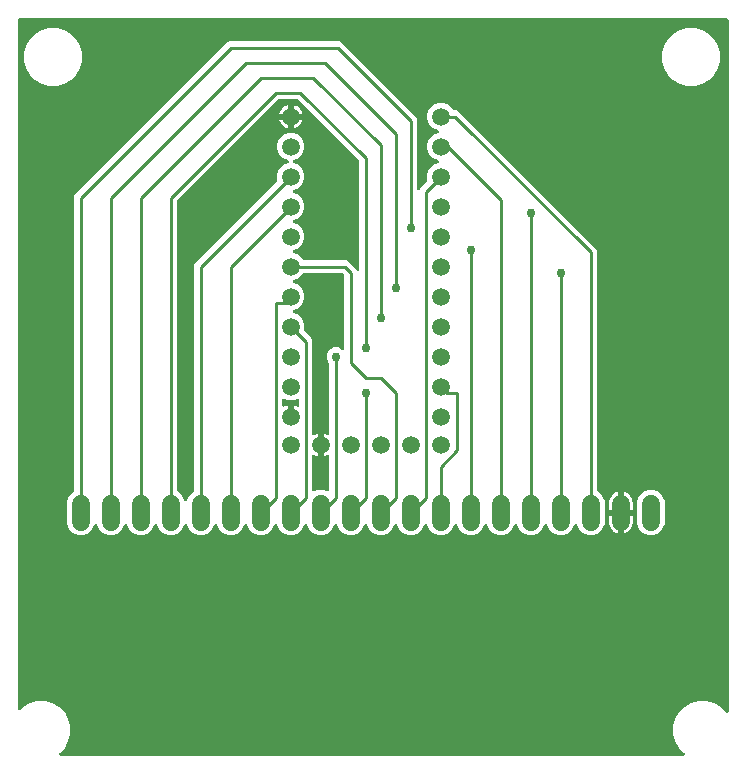
<source format=gbr>
G04 EAGLE Gerber RS-274X export*
G75*
%MOMM*%
%FSLAX34Y34*%
%LPD*%
%INBottom Copper*%
%IPPOS*%
%AMOC8*
5,1,8,0,0,1.08239X$1,22.5*%
G01*
%ADD10C,1.524000*%
%ADD11C,1.508000*%
%ADD12C,0.756400*%
%ADD13C,0.254000*%

G36*
X573637Y9578D02*
X573637Y9578D01*
X573776Y9591D01*
X573795Y9598D01*
X573815Y9601D01*
X573944Y9652D01*
X574075Y9699D01*
X574092Y9710D01*
X574111Y9718D01*
X574223Y9799D01*
X574338Y9877D01*
X574352Y9893D01*
X574368Y9904D01*
X574457Y10012D01*
X574549Y10116D01*
X574558Y10134D01*
X574571Y10149D01*
X574630Y10275D01*
X574693Y10399D01*
X574698Y10419D01*
X574706Y10437D01*
X574733Y10573D01*
X574763Y10709D01*
X574762Y10730D01*
X574766Y10749D01*
X574758Y10888D01*
X574753Y11027D01*
X574748Y11047D01*
X574746Y11067D01*
X574704Y11199D01*
X574665Y11333D01*
X574655Y11350D01*
X574648Y11369D01*
X574574Y11487D01*
X574503Y11607D01*
X574485Y11628D01*
X574478Y11638D01*
X574463Y11652D01*
X574397Y11727D01*
X570266Y15858D01*
X567020Y21481D01*
X565339Y27753D01*
X565339Y34247D01*
X567020Y40519D01*
X570266Y46142D01*
X574858Y50734D01*
X580481Y53980D01*
X586753Y55661D01*
X593247Y55661D01*
X599519Y53980D01*
X605142Y50734D01*
X609773Y46103D01*
X609882Y46018D01*
X609989Y45929D01*
X610008Y45920D01*
X610024Y45908D01*
X610152Y45853D01*
X610277Y45794D01*
X610297Y45790D01*
X610316Y45782D01*
X610454Y45760D01*
X610590Y45734D01*
X610610Y45735D01*
X610630Y45732D01*
X610769Y45745D01*
X610907Y45754D01*
X610926Y45760D01*
X610946Y45762D01*
X611078Y45809D01*
X611209Y45852D01*
X611227Y45862D01*
X611246Y45869D01*
X611361Y45947D01*
X611478Y46022D01*
X611492Y46037D01*
X611509Y46048D01*
X611601Y46152D01*
X611696Y46253D01*
X611706Y46271D01*
X611719Y46286D01*
X611783Y46410D01*
X611850Y46532D01*
X611855Y46551D01*
X611864Y46570D01*
X611894Y46705D01*
X611929Y46840D01*
X611931Y46868D01*
X611934Y46880D01*
X611933Y46900D01*
X611939Y47000D01*
X611939Y632370D01*
X611924Y632488D01*
X611917Y632607D01*
X611904Y632645D01*
X611899Y632686D01*
X611856Y632796D01*
X611819Y632909D01*
X611797Y632944D01*
X611782Y632981D01*
X611713Y633077D01*
X611649Y633178D01*
X611619Y633206D01*
X611596Y633239D01*
X611504Y633315D01*
X611417Y633396D01*
X611382Y633416D01*
X611351Y633441D01*
X611243Y633492D01*
X611139Y633550D01*
X611099Y633560D01*
X611063Y633577D01*
X610946Y633599D01*
X610831Y633629D01*
X610771Y633633D01*
X610751Y633637D01*
X610730Y633635D01*
X610670Y633639D01*
X11430Y633639D01*
X11312Y633624D01*
X11193Y633617D01*
X11155Y633604D01*
X11114Y633599D01*
X11004Y633556D01*
X10891Y633519D01*
X10856Y633497D01*
X10819Y633482D01*
X10723Y633413D01*
X10622Y633349D01*
X10594Y633319D01*
X10561Y633296D01*
X10485Y633204D01*
X10404Y633117D01*
X10384Y633082D01*
X10359Y633051D01*
X10308Y632943D01*
X10250Y632839D01*
X10240Y632799D01*
X10223Y632763D01*
X10201Y632646D01*
X10171Y632531D01*
X10167Y632471D01*
X10163Y632451D01*
X10165Y632430D01*
X10161Y632370D01*
X10161Y49100D01*
X10178Y48963D01*
X10191Y48824D01*
X10198Y48805D01*
X10201Y48785D01*
X10252Y48656D01*
X10299Y48525D01*
X10310Y48508D01*
X10318Y48489D01*
X10399Y48377D01*
X10477Y48262D01*
X10493Y48248D01*
X10504Y48232D01*
X10612Y48143D01*
X10716Y48051D01*
X10734Y48042D01*
X10749Y48029D01*
X10875Y47970D01*
X10999Y47907D01*
X11019Y47902D01*
X11037Y47894D01*
X11173Y47867D01*
X11309Y47837D01*
X11330Y47838D01*
X11349Y47834D01*
X11488Y47842D01*
X11627Y47847D01*
X11647Y47852D01*
X11667Y47854D01*
X11799Y47896D01*
X11933Y47935D01*
X11950Y47945D01*
X11969Y47952D01*
X12087Y48026D01*
X12207Y48097D01*
X12228Y48115D01*
X12238Y48122D01*
X12252Y48137D01*
X12327Y48203D01*
X14858Y50734D01*
X20481Y53980D01*
X26753Y55661D01*
X33247Y55661D01*
X39519Y53980D01*
X45142Y50734D01*
X49734Y46142D01*
X52980Y40519D01*
X54661Y34247D01*
X54661Y27753D01*
X52980Y21481D01*
X49734Y15858D01*
X45603Y11727D01*
X45518Y11618D01*
X45429Y11511D01*
X45420Y11492D01*
X45408Y11476D01*
X45353Y11348D01*
X45294Y11223D01*
X45290Y11203D01*
X45282Y11184D01*
X45260Y11046D01*
X45234Y10910D01*
X45235Y10890D01*
X45232Y10870D01*
X45245Y10731D01*
X45254Y10593D01*
X45260Y10574D01*
X45262Y10554D01*
X45309Y10422D01*
X45352Y10291D01*
X45362Y10273D01*
X45369Y10254D01*
X45447Y10139D01*
X45522Y10022D01*
X45537Y10008D01*
X45548Y9991D01*
X45652Y9899D01*
X45753Y9804D01*
X45771Y9794D01*
X45786Y9781D01*
X45910Y9717D01*
X46032Y9650D01*
X46051Y9645D01*
X46070Y9636D01*
X46205Y9606D01*
X46340Y9571D01*
X46368Y9569D01*
X46380Y9566D01*
X46400Y9567D01*
X46500Y9561D01*
X573500Y9561D01*
X573637Y9578D01*
G37*
%LPC*%
G36*
X61176Y195995D02*
X61176Y195995D01*
X56881Y197774D01*
X53594Y201061D01*
X51815Y205356D01*
X51815Y225244D01*
X53594Y229539D01*
X56881Y232826D01*
X57382Y233033D01*
X57407Y233048D01*
X57435Y233057D01*
X57545Y233126D01*
X57658Y233191D01*
X57679Y233211D01*
X57704Y233227D01*
X57793Y233322D01*
X57886Y233412D01*
X57902Y233437D01*
X57922Y233459D01*
X57962Y233530D01*
X57967Y233537D01*
X57979Y233561D01*
X57985Y233573D01*
X58053Y233683D01*
X58061Y233711D01*
X58076Y233737D01*
X58093Y233803D01*
X58103Y233825D01*
X58114Y233881D01*
X58146Y233987D01*
X58148Y234017D01*
X58155Y234045D01*
X58160Y234124D01*
X58163Y234137D01*
X58162Y234152D01*
X58165Y234206D01*
X58165Y483061D01*
X58977Y485022D01*
X187478Y613523D01*
X189439Y614335D01*
X282061Y614335D01*
X284022Y613523D01*
X347423Y550122D01*
X348235Y548161D01*
X348235Y489620D01*
X348243Y489551D01*
X348242Y489481D01*
X348263Y489393D01*
X348275Y489304D01*
X348300Y489239D01*
X348317Y489172D01*
X348359Y489092D01*
X348392Y489009D01*
X348433Y488952D01*
X348465Y488891D01*
X348526Y488824D01*
X348578Y488751D01*
X348632Y488707D01*
X348679Y488655D01*
X348754Y488606D01*
X348823Y488549D01*
X348887Y488519D01*
X348945Y488480D01*
X349030Y488451D01*
X349111Y488413D01*
X349180Y488400D01*
X349246Y488377D01*
X349335Y488370D01*
X349423Y488353D01*
X349493Y488358D01*
X349563Y488352D01*
X349651Y488367D01*
X349741Y488373D01*
X349807Y488394D01*
X349876Y488406D01*
X349958Y488443D01*
X350043Y488471D01*
X350102Y488508D01*
X350166Y488537D01*
X350236Y488593D01*
X350312Y488641D01*
X350360Y488692D01*
X350414Y488736D01*
X350469Y488807D01*
X350530Y488873D01*
X350564Y488934D01*
X350606Y488990D01*
X350677Y489134D01*
X351077Y490102D01*
X352757Y491781D01*
X356609Y495633D01*
X356627Y495657D01*
X356649Y495676D01*
X356724Y495782D01*
X356804Y495884D01*
X356815Y495912D01*
X356832Y495936D01*
X356878Y496057D01*
X356930Y496176D01*
X356935Y496205D01*
X356945Y496233D01*
X356959Y496362D01*
X356980Y496490D01*
X356977Y496520D01*
X356980Y496549D01*
X356962Y496678D01*
X356950Y496807D01*
X356940Y496835D01*
X356936Y496864D01*
X356884Y497016D01*
X356695Y497472D01*
X356695Y502088D01*
X358462Y506354D01*
X361726Y509618D01*
X365805Y511307D01*
X365925Y511376D01*
X366049Y511441D01*
X366064Y511455D01*
X366081Y511465D01*
X366181Y511562D01*
X366284Y511655D01*
X366295Y511672D01*
X366310Y511686D01*
X366382Y511804D01*
X366459Y511921D01*
X366465Y511940D01*
X366476Y511957D01*
X366517Y512090D01*
X366562Y512222D01*
X366564Y512242D01*
X366569Y512261D01*
X366576Y512400D01*
X366587Y512539D01*
X366584Y512559D01*
X366585Y512579D01*
X366556Y512715D01*
X366533Y512852D01*
X366524Y512871D01*
X366520Y512890D01*
X366459Y513015D01*
X366402Y513142D01*
X366390Y513158D01*
X366381Y513176D01*
X366290Y513282D01*
X366204Y513390D01*
X366187Y513403D01*
X366174Y513418D01*
X366061Y513498D01*
X365949Y513582D01*
X365924Y513594D01*
X365914Y513601D01*
X365895Y513608D01*
X365805Y513653D01*
X361726Y515342D01*
X358462Y518606D01*
X356695Y522872D01*
X356695Y527488D01*
X358462Y531754D01*
X361726Y535018D01*
X365805Y536707D01*
X365925Y536776D01*
X366049Y536841D01*
X366064Y536855D01*
X366081Y536865D01*
X366181Y536962D01*
X366284Y537055D01*
X366295Y537072D01*
X366310Y537086D01*
X366382Y537204D01*
X366459Y537321D01*
X366465Y537340D01*
X366476Y537357D01*
X366517Y537490D01*
X366562Y537622D01*
X366564Y537642D01*
X366569Y537661D01*
X366576Y537800D01*
X366587Y537939D01*
X366584Y537959D01*
X366585Y537979D01*
X366556Y538115D01*
X366533Y538252D01*
X366524Y538271D01*
X366520Y538290D01*
X366459Y538415D01*
X366402Y538542D01*
X366390Y538558D01*
X366381Y538576D01*
X366290Y538682D01*
X366204Y538790D01*
X366187Y538803D01*
X366174Y538818D01*
X366061Y538898D01*
X365949Y538982D01*
X365924Y538994D01*
X365914Y539001D01*
X365895Y539008D01*
X365805Y539053D01*
X361726Y540742D01*
X358462Y544006D01*
X356695Y548272D01*
X356695Y552888D01*
X358462Y557154D01*
X361726Y560418D01*
X365992Y562185D01*
X370608Y562185D01*
X374874Y560418D01*
X378138Y557154D01*
X378327Y556698D01*
X378341Y556673D01*
X378350Y556645D01*
X378420Y556535D01*
X378484Y556422D01*
X378505Y556401D01*
X378520Y556376D01*
X378615Y556287D01*
X378705Y556194D01*
X378731Y556178D01*
X378752Y556158D01*
X378866Y556095D01*
X378977Y556027D01*
X379005Y556019D01*
X379031Y556004D01*
X379156Y555972D01*
X379280Y555934D01*
X379310Y555932D01*
X379339Y555925D01*
X379499Y555915D01*
X381281Y555915D01*
X383242Y555103D01*
X499823Y438522D01*
X500635Y436561D01*
X500635Y234206D01*
X500638Y234176D01*
X500636Y234147D01*
X500653Y234052D01*
X500657Y233981D01*
X500667Y233950D01*
X500675Y233890D01*
X500685Y233863D01*
X500690Y233834D01*
X500741Y233721D01*
X500755Y233679D01*
X500764Y233665D01*
X500792Y233595D01*
X500809Y233571D01*
X500821Y233544D01*
X500902Y233442D01*
X500922Y233415D01*
X500925Y233410D01*
X500927Y233408D01*
X500978Y233337D01*
X501001Y233318D01*
X501020Y233295D01*
X501123Y233217D01*
X501223Y233134D01*
X501250Y233122D01*
X501274Y233104D01*
X501418Y233033D01*
X501919Y232826D01*
X505206Y229539D01*
X506985Y225244D01*
X506985Y205356D01*
X505206Y201061D01*
X501919Y197774D01*
X497624Y195995D01*
X492976Y195995D01*
X488681Y197774D01*
X485394Y201061D01*
X483773Y204976D01*
X483704Y205096D01*
X483639Y205220D01*
X483625Y205234D01*
X483615Y205252D01*
X483518Y205352D01*
X483425Y205455D01*
X483408Y205466D01*
X483394Y205481D01*
X483276Y205553D01*
X483159Y205630D01*
X483140Y205636D01*
X483123Y205647D01*
X482990Y205688D01*
X482858Y205733D01*
X482838Y205734D01*
X482819Y205740D01*
X482680Y205747D01*
X482541Y205758D01*
X482521Y205755D01*
X482501Y205756D01*
X482365Y205727D01*
X482228Y205704D01*
X482210Y205695D01*
X482190Y205691D01*
X482064Y205630D01*
X481938Y205573D01*
X481922Y205560D01*
X481904Y205552D01*
X481798Y205461D01*
X481690Y205374D01*
X481677Y205358D01*
X481662Y205345D01*
X481582Y205231D01*
X481498Y205120D01*
X481486Y205095D01*
X481479Y205085D01*
X481472Y205066D01*
X481427Y204976D01*
X479806Y201061D01*
X476519Y197774D01*
X472224Y195995D01*
X467576Y195995D01*
X463281Y197774D01*
X459994Y201061D01*
X458373Y204976D01*
X458304Y205096D01*
X458239Y205220D01*
X458225Y205234D01*
X458215Y205252D01*
X458118Y205352D01*
X458025Y205455D01*
X458008Y205466D01*
X457994Y205481D01*
X457876Y205553D01*
X457759Y205630D01*
X457740Y205636D01*
X457723Y205647D01*
X457590Y205688D01*
X457458Y205733D01*
X457438Y205734D01*
X457419Y205740D01*
X457280Y205747D01*
X457141Y205758D01*
X457121Y205755D01*
X457101Y205756D01*
X456965Y205727D01*
X456828Y205704D01*
X456810Y205695D01*
X456790Y205691D01*
X456664Y205630D01*
X456538Y205573D01*
X456522Y205560D01*
X456504Y205552D01*
X456398Y205461D01*
X456290Y205374D01*
X456277Y205358D01*
X456262Y205345D01*
X456182Y205231D01*
X456098Y205120D01*
X456086Y205095D01*
X456079Y205085D01*
X456072Y205066D01*
X456027Y204976D01*
X454406Y201061D01*
X451119Y197774D01*
X446824Y195995D01*
X442176Y195995D01*
X437881Y197774D01*
X434594Y201061D01*
X432973Y204976D01*
X432904Y205096D01*
X432839Y205220D01*
X432825Y205234D01*
X432815Y205252D01*
X432718Y205352D01*
X432625Y205455D01*
X432608Y205466D01*
X432594Y205481D01*
X432476Y205553D01*
X432359Y205630D01*
X432340Y205636D01*
X432323Y205647D01*
X432190Y205688D01*
X432058Y205733D01*
X432038Y205734D01*
X432019Y205740D01*
X431880Y205747D01*
X431741Y205758D01*
X431721Y205755D01*
X431701Y205756D01*
X431565Y205727D01*
X431428Y205704D01*
X431410Y205695D01*
X431390Y205691D01*
X431264Y205630D01*
X431138Y205573D01*
X431122Y205560D01*
X431104Y205552D01*
X430998Y205461D01*
X430890Y205374D01*
X430877Y205358D01*
X430862Y205345D01*
X430782Y205231D01*
X430698Y205120D01*
X430686Y205095D01*
X430679Y205085D01*
X430672Y205066D01*
X430627Y204976D01*
X429006Y201061D01*
X425719Y197774D01*
X421424Y195995D01*
X416776Y195995D01*
X412481Y197774D01*
X409194Y201061D01*
X407573Y204976D01*
X407504Y205096D01*
X407439Y205220D01*
X407425Y205234D01*
X407415Y205252D01*
X407318Y205352D01*
X407225Y205455D01*
X407208Y205466D01*
X407194Y205481D01*
X407076Y205553D01*
X406959Y205630D01*
X406940Y205636D01*
X406923Y205647D01*
X406790Y205688D01*
X406658Y205733D01*
X406638Y205734D01*
X406619Y205740D01*
X406480Y205747D01*
X406341Y205758D01*
X406321Y205755D01*
X406301Y205756D01*
X406165Y205727D01*
X406028Y205704D01*
X406010Y205695D01*
X405990Y205691D01*
X405864Y205630D01*
X405738Y205573D01*
X405722Y205560D01*
X405704Y205552D01*
X405598Y205461D01*
X405490Y205374D01*
X405477Y205358D01*
X405462Y205345D01*
X405382Y205231D01*
X405298Y205120D01*
X405286Y205095D01*
X405279Y205085D01*
X405272Y205066D01*
X405227Y204976D01*
X403606Y201061D01*
X400319Y197774D01*
X396024Y195995D01*
X391376Y195995D01*
X387081Y197774D01*
X383794Y201061D01*
X382173Y204976D01*
X382104Y205096D01*
X382039Y205220D01*
X382025Y205234D01*
X382015Y205252D01*
X381918Y205352D01*
X381825Y205455D01*
X381808Y205466D01*
X381794Y205481D01*
X381676Y205553D01*
X381559Y205630D01*
X381540Y205636D01*
X381523Y205647D01*
X381390Y205688D01*
X381258Y205733D01*
X381238Y205734D01*
X381219Y205740D01*
X381080Y205747D01*
X380941Y205758D01*
X380921Y205755D01*
X380901Y205756D01*
X380765Y205727D01*
X380628Y205704D01*
X380610Y205695D01*
X380590Y205691D01*
X380464Y205630D01*
X380338Y205573D01*
X380322Y205560D01*
X380304Y205552D01*
X380198Y205461D01*
X380090Y205374D01*
X380077Y205358D01*
X380062Y205345D01*
X379982Y205231D01*
X379898Y205120D01*
X379886Y205095D01*
X379879Y205085D01*
X379872Y205066D01*
X379827Y204976D01*
X378206Y201061D01*
X374919Y197774D01*
X370624Y195995D01*
X365976Y195995D01*
X361681Y197774D01*
X358394Y201061D01*
X356773Y204976D01*
X356704Y205096D01*
X356639Y205220D01*
X356625Y205234D01*
X356615Y205252D01*
X356518Y205352D01*
X356425Y205455D01*
X356408Y205466D01*
X356394Y205481D01*
X356276Y205553D01*
X356159Y205630D01*
X356140Y205636D01*
X356123Y205647D01*
X355990Y205688D01*
X355858Y205733D01*
X355838Y205734D01*
X355819Y205740D01*
X355680Y205747D01*
X355541Y205758D01*
X355521Y205755D01*
X355501Y205756D01*
X355365Y205727D01*
X355228Y205704D01*
X355210Y205695D01*
X355190Y205691D01*
X355064Y205630D01*
X354938Y205573D01*
X354922Y205560D01*
X354904Y205552D01*
X354798Y205461D01*
X354690Y205374D01*
X354677Y205358D01*
X354662Y205345D01*
X354582Y205231D01*
X354498Y205120D01*
X354486Y205095D01*
X354479Y205085D01*
X354472Y205066D01*
X354427Y204976D01*
X352806Y201061D01*
X349519Y197774D01*
X345224Y195995D01*
X340576Y195995D01*
X336281Y197774D01*
X332994Y201061D01*
X331373Y204976D01*
X331304Y205096D01*
X331239Y205220D01*
X331225Y205234D01*
X331215Y205252D01*
X331118Y205352D01*
X331025Y205455D01*
X331008Y205466D01*
X330994Y205481D01*
X330876Y205553D01*
X330759Y205630D01*
X330740Y205636D01*
X330723Y205647D01*
X330590Y205688D01*
X330458Y205733D01*
X330438Y205734D01*
X330419Y205740D01*
X330280Y205747D01*
X330141Y205758D01*
X330121Y205755D01*
X330101Y205756D01*
X329965Y205727D01*
X329828Y205704D01*
X329810Y205695D01*
X329790Y205691D01*
X329664Y205630D01*
X329538Y205573D01*
X329522Y205560D01*
X329504Y205552D01*
X329398Y205461D01*
X329290Y205374D01*
X329277Y205358D01*
X329262Y205345D01*
X329182Y205231D01*
X329098Y205120D01*
X329086Y205095D01*
X329079Y205085D01*
X329072Y205066D01*
X329027Y204976D01*
X327406Y201061D01*
X324119Y197774D01*
X319824Y195995D01*
X315176Y195995D01*
X310881Y197774D01*
X307594Y201061D01*
X305973Y204976D01*
X305904Y205096D01*
X305839Y205220D01*
X305825Y205234D01*
X305815Y205252D01*
X305718Y205352D01*
X305625Y205455D01*
X305608Y205466D01*
X305594Y205481D01*
X305476Y205553D01*
X305359Y205630D01*
X305340Y205636D01*
X305323Y205647D01*
X305190Y205688D01*
X305058Y205733D01*
X305038Y205734D01*
X305019Y205740D01*
X304880Y205747D01*
X304741Y205758D01*
X304721Y205755D01*
X304701Y205756D01*
X304565Y205727D01*
X304428Y205704D01*
X304410Y205695D01*
X304390Y205691D01*
X304264Y205630D01*
X304138Y205573D01*
X304122Y205560D01*
X304104Y205552D01*
X303998Y205461D01*
X303890Y205374D01*
X303877Y205358D01*
X303862Y205345D01*
X303782Y205231D01*
X303698Y205120D01*
X303686Y205095D01*
X303679Y205085D01*
X303672Y205066D01*
X303627Y204976D01*
X302006Y201061D01*
X298719Y197774D01*
X294424Y195995D01*
X289776Y195995D01*
X285481Y197774D01*
X282194Y201061D01*
X280573Y204976D01*
X280504Y205096D01*
X280439Y205220D01*
X280425Y205234D01*
X280415Y205252D01*
X280318Y205352D01*
X280225Y205455D01*
X280208Y205466D01*
X280194Y205481D01*
X280076Y205553D01*
X279959Y205630D01*
X279940Y205636D01*
X279923Y205647D01*
X279790Y205688D01*
X279658Y205733D01*
X279638Y205734D01*
X279619Y205740D01*
X279480Y205747D01*
X279341Y205758D01*
X279321Y205755D01*
X279301Y205756D01*
X279165Y205727D01*
X279028Y205704D01*
X279010Y205695D01*
X278990Y205691D01*
X278864Y205630D01*
X278738Y205573D01*
X278722Y205560D01*
X278704Y205552D01*
X278598Y205461D01*
X278490Y205374D01*
X278477Y205358D01*
X278462Y205345D01*
X278382Y205231D01*
X278298Y205120D01*
X278286Y205095D01*
X278279Y205085D01*
X278272Y205066D01*
X278227Y204976D01*
X276606Y201061D01*
X273319Y197774D01*
X269024Y195995D01*
X264376Y195995D01*
X260081Y197774D01*
X256794Y201061D01*
X255173Y204976D01*
X255104Y205096D01*
X255039Y205220D01*
X255025Y205234D01*
X255015Y205252D01*
X254918Y205352D01*
X254825Y205455D01*
X254808Y205466D01*
X254794Y205481D01*
X254676Y205553D01*
X254559Y205630D01*
X254540Y205636D01*
X254523Y205647D01*
X254390Y205688D01*
X254258Y205733D01*
X254238Y205734D01*
X254219Y205740D01*
X254080Y205747D01*
X253941Y205758D01*
X253921Y205755D01*
X253901Y205756D01*
X253765Y205727D01*
X253628Y205704D01*
X253610Y205695D01*
X253590Y205691D01*
X253464Y205630D01*
X253338Y205573D01*
X253322Y205560D01*
X253304Y205552D01*
X253198Y205461D01*
X253090Y205374D01*
X253077Y205358D01*
X253062Y205345D01*
X252982Y205231D01*
X252898Y205120D01*
X252886Y205095D01*
X252879Y205085D01*
X252872Y205066D01*
X252827Y204976D01*
X251206Y201061D01*
X247919Y197774D01*
X243624Y195995D01*
X238976Y195995D01*
X234681Y197774D01*
X231394Y201061D01*
X229773Y204976D01*
X229704Y205096D01*
X229639Y205220D01*
X229625Y205234D01*
X229615Y205252D01*
X229518Y205352D01*
X229425Y205455D01*
X229408Y205466D01*
X229394Y205481D01*
X229276Y205553D01*
X229159Y205630D01*
X229140Y205636D01*
X229123Y205647D01*
X228990Y205688D01*
X228858Y205733D01*
X228838Y205734D01*
X228819Y205740D01*
X228680Y205747D01*
X228541Y205758D01*
X228521Y205755D01*
X228501Y205756D01*
X228365Y205727D01*
X228228Y205704D01*
X228210Y205695D01*
X228190Y205691D01*
X228064Y205630D01*
X227938Y205573D01*
X227922Y205560D01*
X227904Y205552D01*
X227798Y205461D01*
X227690Y205374D01*
X227677Y205358D01*
X227662Y205345D01*
X227582Y205231D01*
X227498Y205120D01*
X227486Y205095D01*
X227479Y205085D01*
X227472Y205066D01*
X227427Y204976D01*
X225806Y201061D01*
X222519Y197774D01*
X218224Y195995D01*
X213576Y195995D01*
X209281Y197774D01*
X205994Y201061D01*
X204373Y204976D01*
X204304Y205096D01*
X204239Y205219D01*
X204225Y205234D01*
X204215Y205252D01*
X204118Y205352D01*
X204025Y205455D01*
X204008Y205466D01*
X203994Y205480D01*
X203876Y205553D01*
X203759Y205630D01*
X203740Y205636D01*
X203723Y205647D01*
X203590Y205688D01*
X203458Y205733D01*
X203438Y205734D01*
X203419Y205740D01*
X203280Y205747D01*
X203141Y205758D01*
X203121Y205755D01*
X203101Y205755D01*
X202965Y205727D01*
X202828Y205704D01*
X202810Y205695D01*
X202790Y205691D01*
X202664Y205630D01*
X202538Y205573D01*
X202522Y205560D01*
X202504Y205551D01*
X202398Y205461D01*
X202290Y205374D01*
X202277Y205358D01*
X202262Y205345D01*
X202182Y205231D01*
X202098Y205120D01*
X202086Y205095D01*
X202079Y205085D01*
X202072Y205066D01*
X202027Y204976D01*
X200406Y201061D01*
X197119Y197774D01*
X192824Y195995D01*
X188176Y195995D01*
X183881Y197774D01*
X180594Y201061D01*
X178973Y204976D01*
X178904Y205096D01*
X178839Y205219D01*
X178825Y205234D01*
X178815Y205252D01*
X178718Y205352D01*
X178625Y205455D01*
X178608Y205466D01*
X178594Y205480D01*
X178476Y205553D01*
X178359Y205630D01*
X178340Y205636D01*
X178323Y205647D01*
X178190Y205688D01*
X178058Y205733D01*
X178038Y205734D01*
X178019Y205740D01*
X177880Y205747D01*
X177741Y205758D01*
X177721Y205755D01*
X177701Y205755D01*
X177565Y205727D01*
X177428Y205704D01*
X177410Y205695D01*
X177390Y205691D01*
X177264Y205630D01*
X177138Y205573D01*
X177122Y205560D01*
X177104Y205551D01*
X176998Y205461D01*
X176890Y205374D01*
X176877Y205358D01*
X176862Y205345D01*
X176782Y205231D01*
X176698Y205120D01*
X176686Y205095D01*
X176679Y205085D01*
X176672Y205066D01*
X176627Y204976D01*
X175006Y201061D01*
X171719Y197774D01*
X167424Y195995D01*
X162776Y195995D01*
X158481Y197774D01*
X155194Y201061D01*
X153573Y204976D01*
X153504Y205096D01*
X153439Y205219D01*
X153425Y205234D01*
X153415Y205252D01*
X153318Y205352D01*
X153225Y205455D01*
X153208Y205466D01*
X153194Y205480D01*
X153076Y205553D01*
X152959Y205630D01*
X152940Y205636D01*
X152923Y205647D01*
X152790Y205688D01*
X152658Y205733D01*
X152638Y205734D01*
X152619Y205740D01*
X152480Y205747D01*
X152341Y205758D01*
X152321Y205755D01*
X152301Y205755D01*
X152165Y205727D01*
X152028Y205704D01*
X152010Y205695D01*
X151990Y205691D01*
X151864Y205630D01*
X151738Y205573D01*
X151722Y205560D01*
X151704Y205551D01*
X151598Y205461D01*
X151490Y205374D01*
X151477Y205358D01*
X151462Y205345D01*
X151382Y205231D01*
X151298Y205120D01*
X151286Y205095D01*
X151279Y205085D01*
X151272Y205066D01*
X151227Y204976D01*
X149606Y201061D01*
X146319Y197774D01*
X142024Y195995D01*
X137376Y195995D01*
X133081Y197774D01*
X129794Y201061D01*
X128173Y204976D01*
X128104Y205096D01*
X128039Y205219D01*
X128025Y205234D01*
X128015Y205252D01*
X127918Y205352D01*
X127825Y205455D01*
X127808Y205466D01*
X127794Y205480D01*
X127676Y205553D01*
X127559Y205630D01*
X127540Y205636D01*
X127523Y205647D01*
X127390Y205688D01*
X127258Y205733D01*
X127238Y205734D01*
X127219Y205740D01*
X127080Y205747D01*
X126941Y205758D01*
X126921Y205755D01*
X126901Y205755D01*
X126765Y205727D01*
X126628Y205704D01*
X126610Y205695D01*
X126590Y205691D01*
X126464Y205630D01*
X126338Y205573D01*
X126322Y205560D01*
X126304Y205551D01*
X126198Y205461D01*
X126090Y205374D01*
X126077Y205358D01*
X126062Y205345D01*
X125982Y205231D01*
X125898Y205120D01*
X125886Y205095D01*
X125879Y205085D01*
X125872Y205066D01*
X125827Y204976D01*
X124206Y201061D01*
X120919Y197774D01*
X116624Y195995D01*
X111976Y195995D01*
X107681Y197774D01*
X104394Y201061D01*
X102773Y204976D01*
X102704Y205096D01*
X102639Y205219D01*
X102625Y205234D01*
X102615Y205252D01*
X102518Y205352D01*
X102425Y205455D01*
X102408Y205466D01*
X102394Y205480D01*
X102276Y205553D01*
X102159Y205630D01*
X102140Y205636D01*
X102123Y205647D01*
X101990Y205688D01*
X101858Y205733D01*
X101838Y205734D01*
X101819Y205740D01*
X101680Y205747D01*
X101541Y205758D01*
X101521Y205755D01*
X101501Y205755D01*
X101365Y205727D01*
X101228Y205704D01*
X101210Y205695D01*
X101190Y205691D01*
X101064Y205630D01*
X100938Y205573D01*
X100922Y205560D01*
X100904Y205551D01*
X100798Y205461D01*
X100690Y205374D01*
X100677Y205358D01*
X100662Y205345D01*
X100582Y205231D01*
X100498Y205120D01*
X100486Y205095D01*
X100479Y205085D01*
X100472Y205066D01*
X100427Y204976D01*
X98806Y201061D01*
X95519Y197774D01*
X91224Y195995D01*
X86576Y195995D01*
X82281Y197774D01*
X78994Y201061D01*
X77373Y204976D01*
X77304Y205096D01*
X77239Y205219D01*
X77225Y205234D01*
X77215Y205252D01*
X77118Y205352D01*
X77025Y205455D01*
X77008Y205466D01*
X76994Y205480D01*
X76876Y205553D01*
X76759Y205630D01*
X76740Y205636D01*
X76723Y205647D01*
X76590Y205688D01*
X76458Y205733D01*
X76438Y205734D01*
X76419Y205740D01*
X76280Y205747D01*
X76141Y205758D01*
X76121Y205755D01*
X76101Y205755D01*
X75965Y205727D01*
X75828Y205704D01*
X75810Y205695D01*
X75790Y205691D01*
X75664Y205630D01*
X75538Y205573D01*
X75522Y205560D01*
X75504Y205551D01*
X75398Y205461D01*
X75290Y205374D01*
X75277Y205358D01*
X75262Y205345D01*
X75182Y205231D01*
X75098Y205120D01*
X75086Y205095D01*
X75079Y205085D01*
X75072Y205066D01*
X75027Y204976D01*
X73406Y201061D01*
X70119Y197774D01*
X65824Y195995D01*
X61176Y195995D01*
G37*
%LPD*%
G36*
X152479Y224845D02*
X152479Y224845D01*
X152499Y224845D01*
X152635Y224873D01*
X152772Y224896D01*
X152791Y224905D01*
X152810Y224909D01*
X152936Y224970D01*
X153062Y225027D01*
X153078Y225040D01*
X153096Y225049D01*
X153202Y225139D01*
X153310Y225226D01*
X153323Y225242D01*
X153338Y225255D01*
X153418Y225369D01*
X153502Y225480D01*
X153514Y225505D01*
X153521Y225515D01*
X153528Y225534D01*
X153573Y225624D01*
X155194Y229539D01*
X158481Y232826D01*
X158982Y233033D01*
X159007Y233048D01*
X159035Y233057D01*
X159145Y233126D01*
X159258Y233191D01*
X159279Y233211D01*
X159304Y233227D01*
X159393Y233322D01*
X159486Y233412D01*
X159502Y233437D01*
X159522Y233459D01*
X159562Y233530D01*
X159567Y233537D01*
X159579Y233561D01*
X159585Y233573D01*
X159653Y233683D01*
X159661Y233711D01*
X159676Y233737D01*
X159693Y233803D01*
X159703Y233825D01*
X159714Y233881D01*
X159746Y233987D01*
X159748Y234017D01*
X159755Y234045D01*
X159760Y234124D01*
X159763Y234137D01*
X159762Y234152D01*
X159765Y234206D01*
X159765Y424641D01*
X160577Y426602D01*
X162257Y428281D01*
X229609Y495633D01*
X229627Y495657D01*
X229649Y495676D01*
X229724Y495782D01*
X229804Y495884D01*
X229815Y495912D01*
X229832Y495936D01*
X229878Y496057D01*
X229930Y496176D01*
X229935Y496205D01*
X229945Y496233D01*
X229959Y496362D01*
X229980Y496490D01*
X229977Y496520D01*
X229980Y496549D01*
X229962Y496678D01*
X229950Y496807D01*
X229940Y496835D01*
X229936Y496864D01*
X229884Y497016D01*
X229695Y497472D01*
X229695Y502088D01*
X231462Y506354D01*
X234726Y509618D01*
X238805Y511307D01*
X238926Y511376D01*
X239049Y511441D01*
X239064Y511455D01*
X239081Y511465D01*
X239181Y511562D01*
X239284Y511655D01*
X239295Y511672D01*
X239310Y511686D01*
X239383Y511805D01*
X239459Y511921D01*
X239465Y511940D01*
X239476Y511957D01*
X239517Y512090D01*
X239562Y512222D01*
X239563Y512242D01*
X239569Y512261D01*
X239576Y512400D01*
X239587Y512539D01*
X239584Y512559D01*
X239585Y512579D01*
X239556Y512715D01*
X239533Y512852D01*
X239524Y512871D01*
X239520Y512890D01*
X239459Y513016D01*
X239402Y513142D01*
X239390Y513158D01*
X239381Y513176D01*
X239290Y513282D01*
X239204Y513390D01*
X239187Y513403D01*
X239174Y513418D01*
X239060Y513498D01*
X238949Y513582D01*
X238924Y513594D01*
X238914Y513601D01*
X238895Y513608D01*
X238805Y513653D01*
X234726Y515342D01*
X231462Y518606D01*
X229695Y522872D01*
X229695Y527488D01*
X231462Y531754D01*
X234726Y535018D01*
X238992Y536785D01*
X243608Y536785D01*
X247874Y535018D01*
X251138Y531754D01*
X252905Y527488D01*
X252905Y522872D01*
X251138Y518606D01*
X247874Y515342D01*
X243795Y513653D01*
X243675Y513584D01*
X243551Y513519D01*
X243536Y513505D01*
X243519Y513495D01*
X243419Y513398D01*
X243316Y513305D01*
X243305Y513288D01*
X243290Y513274D01*
X243218Y513156D01*
X243141Y513039D01*
X243135Y513020D01*
X243124Y513003D01*
X243083Y512870D01*
X243038Y512738D01*
X243036Y512718D01*
X243031Y512699D01*
X243024Y512560D01*
X243013Y512421D01*
X243016Y512401D01*
X243015Y512381D01*
X243044Y512245D01*
X243067Y512108D01*
X243076Y512089D01*
X243080Y512070D01*
X243141Y511945D01*
X243198Y511818D01*
X243210Y511802D01*
X243219Y511784D01*
X243310Y511678D01*
X243396Y511570D01*
X243413Y511557D01*
X243426Y511542D01*
X243539Y511462D01*
X243651Y511378D01*
X243676Y511366D01*
X243686Y511359D01*
X243705Y511352D01*
X243795Y511307D01*
X247874Y509618D01*
X251138Y506354D01*
X252905Y502088D01*
X252905Y497472D01*
X251138Y493206D01*
X247874Y489942D01*
X243795Y488253D01*
X243675Y488184D01*
X243551Y488119D01*
X243536Y488105D01*
X243519Y488095D01*
X243419Y487998D01*
X243316Y487905D01*
X243305Y487888D01*
X243290Y487874D01*
X243218Y487756D01*
X243141Y487639D01*
X243135Y487620D01*
X243124Y487603D01*
X243083Y487470D01*
X243038Y487338D01*
X243036Y487318D01*
X243031Y487299D01*
X243024Y487160D01*
X243013Y487021D01*
X243016Y487001D01*
X243015Y486981D01*
X243044Y486845D01*
X243067Y486708D01*
X243076Y486689D01*
X243080Y486670D01*
X243141Y486545D01*
X243198Y486418D01*
X243210Y486402D01*
X243219Y486384D01*
X243310Y486278D01*
X243396Y486170D01*
X243413Y486157D01*
X243426Y486142D01*
X243539Y486062D01*
X243651Y485978D01*
X243676Y485966D01*
X243686Y485959D01*
X243705Y485952D01*
X243795Y485907D01*
X247874Y484218D01*
X251138Y480954D01*
X252905Y476688D01*
X252905Y472072D01*
X251138Y467806D01*
X247874Y464542D01*
X243795Y462853D01*
X243675Y462784D01*
X243551Y462719D01*
X243536Y462705D01*
X243519Y462695D01*
X243419Y462598D01*
X243316Y462505D01*
X243305Y462488D01*
X243290Y462474D01*
X243218Y462356D01*
X243141Y462239D01*
X243135Y462220D01*
X243124Y462203D01*
X243083Y462070D01*
X243038Y461938D01*
X243036Y461918D01*
X243031Y461899D01*
X243024Y461760D01*
X243013Y461621D01*
X243016Y461601D01*
X243015Y461581D01*
X243044Y461445D01*
X243067Y461308D01*
X243076Y461289D01*
X243080Y461270D01*
X243141Y461145D01*
X243198Y461018D01*
X243210Y461002D01*
X243219Y460984D01*
X243310Y460878D01*
X243396Y460770D01*
X243413Y460757D01*
X243426Y460742D01*
X243539Y460662D01*
X243651Y460578D01*
X243676Y460566D01*
X243686Y460559D01*
X243705Y460552D01*
X243795Y460507D01*
X247874Y458818D01*
X251138Y455554D01*
X252905Y451288D01*
X252905Y446672D01*
X251138Y442406D01*
X247874Y439142D01*
X243795Y437453D01*
X243675Y437384D01*
X243551Y437319D01*
X243536Y437305D01*
X243519Y437295D01*
X243419Y437198D01*
X243316Y437105D01*
X243305Y437088D01*
X243290Y437074D01*
X243218Y436956D01*
X243141Y436839D01*
X243135Y436820D01*
X243124Y436803D01*
X243083Y436670D01*
X243038Y436538D01*
X243036Y436518D01*
X243031Y436499D01*
X243024Y436360D01*
X243013Y436221D01*
X243016Y436201D01*
X243015Y436181D01*
X243044Y436045D01*
X243067Y435908D01*
X243076Y435889D01*
X243080Y435870D01*
X243141Y435745D01*
X243198Y435618D01*
X243210Y435602D01*
X243219Y435584D01*
X243310Y435478D01*
X243396Y435370D01*
X243413Y435357D01*
X243426Y435342D01*
X243539Y435262D01*
X243651Y435178D01*
X243676Y435166D01*
X243686Y435159D01*
X243705Y435152D01*
X243795Y435107D01*
X247874Y433418D01*
X251138Y430154D01*
X251327Y429698D01*
X251341Y429673D01*
X251350Y429645D01*
X251420Y429535D01*
X251484Y429422D01*
X251505Y429401D01*
X251520Y429376D01*
X251615Y429287D01*
X251705Y429194D01*
X251731Y429178D01*
X251752Y429158D01*
X251866Y429095D01*
X251977Y429027D01*
X252005Y429019D01*
X252031Y429004D01*
X252156Y428972D01*
X252280Y428934D01*
X252310Y428932D01*
X252339Y428925D01*
X252499Y428915D01*
X288081Y428915D01*
X290042Y428103D01*
X294943Y423201D01*
X296623Y421522D01*
X297023Y420554D01*
X297058Y420493D01*
X297084Y420429D01*
X297136Y420356D01*
X297181Y420278D01*
X297229Y420228D01*
X297270Y420171D01*
X297340Y420114D01*
X297402Y420050D01*
X297462Y420013D01*
X297515Y419969D01*
X297597Y419930D01*
X297673Y419883D01*
X297740Y419863D01*
X297803Y419833D01*
X297891Y419816D01*
X297977Y419790D01*
X298047Y419786D01*
X298116Y419773D01*
X298205Y419779D01*
X298295Y419774D01*
X298363Y419789D01*
X298433Y419793D01*
X298518Y419821D01*
X298606Y419839D01*
X298669Y419869D01*
X298735Y419891D01*
X298811Y419939D01*
X298892Y419979D01*
X298945Y420024D01*
X299004Y420061D01*
X299066Y420127D01*
X299134Y420185D01*
X299174Y420242D01*
X299222Y420293D01*
X299265Y420371D01*
X299317Y420445D01*
X299342Y420510D01*
X299376Y420571D01*
X299398Y420658D01*
X299430Y420742D01*
X299438Y420812D01*
X299455Y420879D01*
X299465Y421040D01*
X299465Y512465D01*
X299453Y512563D01*
X299450Y512662D01*
X299433Y512720D01*
X299425Y512780D01*
X299389Y512872D01*
X299361Y512967D01*
X299331Y513019D01*
X299308Y513076D01*
X299250Y513156D01*
X299200Y513241D01*
X299134Y513317D01*
X299122Y513333D01*
X299112Y513341D01*
X299094Y513362D01*
X247262Y565194D01*
X247184Y565254D01*
X247112Y565322D01*
X247059Y565351D01*
X247011Y565388D01*
X246920Y565428D01*
X246833Y565476D01*
X246775Y565491D01*
X246719Y565515D01*
X246621Y565530D01*
X246525Y565555D01*
X246425Y565561D01*
X246405Y565565D01*
X246393Y565563D01*
X246365Y565565D01*
X231335Y565565D01*
X231237Y565553D01*
X231138Y565550D01*
X231080Y565533D01*
X231020Y565525D01*
X230928Y565489D01*
X230833Y565461D01*
X230781Y565431D01*
X230724Y565408D01*
X230644Y565350D01*
X230559Y565300D01*
X230483Y565234D01*
X230467Y565222D01*
X230459Y565212D01*
X230438Y565194D01*
X145406Y480162D01*
X145346Y480084D01*
X145278Y480012D01*
X145249Y479959D01*
X145212Y479911D01*
X145172Y479820D01*
X145124Y479733D01*
X145109Y479675D01*
X145085Y479619D01*
X145070Y479521D01*
X145045Y479425D01*
X145039Y479325D01*
X145035Y479305D01*
X145037Y479293D01*
X145035Y479265D01*
X145035Y234206D01*
X145038Y234176D01*
X145036Y234147D01*
X145053Y234052D01*
X145057Y233981D01*
X145067Y233950D01*
X145075Y233890D01*
X145085Y233863D01*
X145090Y233834D01*
X145141Y233721D01*
X145155Y233679D01*
X145164Y233665D01*
X145192Y233595D01*
X145209Y233571D01*
X145221Y233544D01*
X145302Y233442D01*
X145322Y233415D01*
X145325Y233410D01*
X145327Y233408D01*
X145378Y233337D01*
X145401Y233318D01*
X145420Y233295D01*
X145523Y233217D01*
X145623Y233134D01*
X145650Y233122D01*
X145674Y233104D01*
X145818Y233033D01*
X146319Y232826D01*
X149606Y229539D01*
X151227Y225624D01*
X151296Y225503D01*
X151361Y225381D01*
X151375Y225366D01*
X151385Y225348D01*
X151482Y225248D01*
X151575Y225145D01*
X151592Y225134D01*
X151606Y225119D01*
X151725Y225047D01*
X151841Y224970D01*
X151860Y224964D01*
X151877Y224953D01*
X152010Y224912D01*
X152142Y224867D01*
X152162Y224866D01*
X152181Y224860D01*
X152320Y224853D01*
X152459Y224842D01*
X152479Y224845D01*
G37*
G36*
X260731Y233162D02*
X260731Y233162D01*
X260841Y233169D01*
X260888Y233185D01*
X260937Y233192D01*
X261090Y233244D01*
X264376Y234605D01*
X269024Y234605D01*
X272310Y233244D01*
X272358Y233230D01*
X272403Y233209D01*
X272511Y233189D01*
X272617Y233160D01*
X272667Y233159D01*
X272716Y233150D01*
X272825Y233156D01*
X272935Y233155D01*
X272983Y233166D01*
X273033Y233169D01*
X273137Y233203D01*
X273244Y233229D01*
X273288Y233252D01*
X273335Y233267D01*
X273428Y233326D01*
X273525Y233377D01*
X273562Y233411D01*
X273604Y233437D01*
X273679Y233518D01*
X273761Y233591D01*
X273788Y233633D01*
X273822Y233669D01*
X273875Y233765D01*
X273935Y233857D01*
X273952Y233904D01*
X273976Y233948D01*
X274003Y234054D01*
X274039Y234158D01*
X274043Y234207D01*
X274055Y234256D01*
X274065Y234416D01*
X274065Y262850D01*
X274060Y262889D01*
X274063Y262929D01*
X274040Y263047D01*
X274025Y263165D01*
X274011Y263202D01*
X274003Y263241D01*
X273952Y263350D01*
X273908Y263461D01*
X273885Y263493D01*
X273868Y263529D01*
X273792Y263621D01*
X273722Y263718D01*
X273691Y263744D01*
X273665Y263774D01*
X273569Y263845D01*
X273477Y263921D01*
X273440Y263938D01*
X273408Y263961D01*
X273297Y264006D01*
X273189Y264057D01*
X273150Y264064D01*
X273113Y264079D01*
X272994Y264094D01*
X272877Y264116D01*
X272837Y264114D01*
X272797Y264119D01*
X272678Y264104D01*
X272559Y264097D01*
X272521Y264084D01*
X272482Y264079D01*
X272370Y264035D01*
X272257Y263999D01*
X272223Y263977D01*
X272186Y263963D01*
X272050Y263876D01*
X271983Y263828D01*
X270570Y263108D01*
X269199Y262663D01*
X269199Y271220D01*
X269184Y271338D01*
X269177Y271457D01*
X269164Y271495D01*
X269159Y271535D01*
X269116Y271646D01*
X269079Y271759D01*
X269057Y271793D01*
X269042Y271831D01*
X268973Y271927D01*
X268909Y272028D01*
X268879Y272056D01*
X268856Y272088D01*
X268764Y272164D01*
X268677Y272246D01*
X268642Y272265D01*
X268611Y272291D01*
X268503Y272342D01*
X268399Y272399D01*
X268359Y272409D01*
X268323Y272427D01*
X268216Y272447D01*
X268246Y272451D01*
X268356Y272495D01*
X268469Y272531D01*
X268504Y272553D01*
X268541Y272568D01*
X268637Y272638D01*
X268738Y272701D01*
X268766Y272731D01*
X268799Y272755D01*
X268875Y272846D01*
X268956Y272933D01*
X268976Y272968D01*
X269001Y273000D01*
X269052Y273107D01*
X269110Y273212D01*
X269120Y273251D01*
X269137Y273287D01*
X269159Y273404D01*
X269189Y273520D01*
X269193Y273580D01*
X269197Y273600D01*
X269195Y273620D01*
X269199Y273680D01*
X269199Y282237D01*
X270570Y281792D01*
X271983Y281072D01*
X272050Y281024D01*
X272085Y281004D01*
X272115Y280979D01*
X272224Y280928D01*
X272328Y280870D01*
X272367Y280860D01*
X272403Y280843D01*
X272520Y280821D01*
X272636Y280791D01*
X272676Y280791D01*
X272716Y280784D01*
X272835Y280791D01*
X272955Y280791D01*
X272993Y280801D01*
X273033Y280803D01*
X273147Y280840D01*
X273263Y280870D01*
X273298Y280889D01*
X273335Y280901D01*
X273437Y280965D01*
X273541Y281023D01*
X273570Y281050D01*
X273604Y281072D01*
X273686Y281159D01*
X273773Y281241D01*
X273795Y281274D01*
X273822Y281303D01*
X273880Y281408D01*
X273944Y281509D01*
X273956Y281547D01*
X273976Y281582D01*
X274005Y281697D01*
X274043Y281811D01*
X274045Y281851D01*
X274055Y281890D01*
X274065Y282050D01*
X274065Y341092D01*
X274053Y341190D01*
X274050Y341289D01*
X274033Y341347D01*
X274025Y341408D01*
X273989Y341500D01*
X273961Y341595D01*
X273931Y341647D01*
X273908Y341703D01*
X273850Y341783D01*
X273800Y341869D01*
X273734Y341944D01*
X273722Y341961D01*
X273712Y341968D01*
X273694Y341990D01*
X272748Y342935D01*
X271553Y345819D01*
X271553Y348941D01*
X272748Y351825D01*
X274955Y354032D01*
X277839Y355227D01*
X280961Y355227D01*
X283845Y354032D01*
X284599Y353278D01*
X284708Y353193D01*
X284815Y353105D01*
X284834Y353096D01*
X284850Y353084D01*
X284978Y353028D01*
X285103Y352969D01*
X285123Y352965D01*
X285142Y352957D01*
X285280Y352935D01*
X285416Y352909D01*
X285436Y352910D01*
X285456Y352907D01*
X285595Y352920D01*
X285733Y352929D01*
X285752Y352935D01*
X285772Y352937D01*
X285904Y352984D01*
X286035Y353027D01*
X286053Y353038D01*
X286072Y353045D01*
X286187Y353123D01*
X286304Y353197D01*
X286318Y353212D01*
X286335Y353223D01*
X286427Y353327D01*
X286522Y353429D01*
X286532Y353447D01*
X286545Y353462D01*
X286608Y353585D01*
X286676Y353707D01*
X286681Y353727D01*
X286690Y353745D01*
X286720Y353881D01*
X286755Y354015D01*
X286757Y354043D01*
X286760Y354055D01*
X286759Y354076D01*
X286765Y354176D01*
X286765Y415765D01*
X286753Y415863D01*
X286750Y415962D01*
X286733Y416020D01*
X286725Y416080D01*
X286689Y416172D01*
X286661Y416267D01*
X286631Y416319D01*
X286608Y416376D01*
X286550Y416456D01*
X286500Y416541D01*
X286434Y416617D01*
X286422Y416633D01*
X286412Y416641D01*
X286394Y416662D01*
X285182Y417874D01*
X285104Y417934D01*
X285032Y418002D01*
X284979Y418031D01*
X284931Y418068D01*
X284840Y418108D01*
X284753Y418156D01*
X284695Y418171D01*
X284639Y418195D01*
X284541Y418210D01*
X284445Y418235D01*
X284345Y418241D01*
X284325Y418245D01*
X284313Y418243D01*
X284285Y418245D01*
X252499Y418245D01*
X252470Y418242D01*
X252440Y418244D01*
X252313Y418222D01*
X252184Y418205D01*
X252156Y418195D01*
X252127Y418189D01*
X252009Y418136D01*
X251888Y418088D01*
X251864Y418071D01*
X251837Y418059D01*
X251736Y417978D01*
X251631Y417902D01*
X251612Y417879D01*
X251589Y417860D01*
X251511Y417757D01*
X251428Y417657D01*
X251415Y417630D01*
X251398Y417606D01*
X251327Y417462D01*
X251138Y417006D01*
X247874Y413742D01*
X243795Y412053D01*
X243675Y411984D01*
X243551Y411919D01*
X243536Y411905D01*
X243519Y411895D01*
X243419Y411798D01*
X243316Y411705D01*
X243305Y411688D01*
X243290Y411674D01*
X243218Y411556D01*
X243141Y411439D01*
X243135Y411420D01*
X243124Y411403D01*
X243083Y411270D01*
X243038Y411138D01*
X243036Y411118D01*
X243031Y411099D01*
X243024Y410960D01*
X243013Y410821D01*
X243016Y410801D01*
X243015Y410781D01*
X243044Y410645D01*
X243067Y410508D01*
X243076Y410489D01*
X243080Y410470D01*
X243141Y410345D01*
X243198Y410218D01*
X243210Y410202D01*
X243219Y410184D01*
X243310Y410078D01*
X243396Y409970D01*
X243413Y409957D01*
X243426Y409942D01*
X243539Y409862D01*
X243651Y409778D01*
X243676Y409766D01*
X243686Y409759D01*
X243705Y409752D01*
X243795Y409707D01*
X247874Y408018D01*
X251138Y404754D01*
X252905Y400488D01*
X252905Y395872D01*
X251138Y391606D01*
X247874Y388342D01*
X243795Y386653D01*
X243675Y386584D01*
X243551Y386519D01*
X243536Y386505D01*
X243519Y386495D01*
X243419Y386398D01*
X243316Y386305D01*
X243305Y386288D01*
X243290Y386274D01*
X243218Y386156D01*
X243141Y386039D01*
X243135Y386020D01*
X243124Y386003D01*
X243083Y385870D01*
X243038Y385738D01*
X243036Y385718D01*
X243031Y385699D01*
X243024Y385560D01*
X243013Y385421D01*
X243016Y385401D01*
X243015Y385381D01*
X243044Y385245D01*
X243067Y385108D01*
X243076Y385089D01*
X243080Y385070D01*
X243141Y384945D01*
X243198Y384818D01*
X243210Y384802D01*
X243219Y384784D01*
X243310Y384678D01*
X243396Y384570D01*
X243413Y384557D01*
X243426Y384542D01*
X243539Y384462D01*
X243651Y384378D01*
X243676Y384366D01*
X243686Y384359D01*
X243705Y384352D01*
X243795Y384307D01*
X247874Y382618D01*
X251138Y379354D01*
X252905Y375088D01*
X252905Y370472D01*
X252716Y370016D01*
X252708Y369988D01*
X252695Y369962D01*
X252666Y369835D01*
X252632Y369710D01*
X252632Y369680D01*
X252625Y369651D01*
X252629Y369522D01*
X252627Y369392D01*
X252634Y369363D01*
X252635Y369333D01*
X252671Y369209D01*
X252701Y369082D01*
X252715Y369056D01*
X252723Y369028D01*
X252789Y368916D01*
X252850Y368801D01*
X252870Y368779D01*
X252885Y368754D01*
X252991Y368633D01*
X258523Y363102D01*
X259335Y361141D01*
X259335Y282050D01*
X259340Y282011D01*
X259337Y281971D01*
X259360Y281853D01*
X259375Y281735D01*
X259389Y281698D01*
X259397Y281659D01*
X259448Y281550D01*
X259492Y281439D01*
X259515Y281407D01*
X259532Y281371D01*
X259608Y281279D01*
X259678Y281182D01*
X259709Y281156D01*
X259735Y281126D01*
X259831Y281055D01*
X259923Y280979D01*
X259960Y280962D01*
X259992Y280939D01*
X260103Y280894D01*
X260211Y280843D01*
X260250Y280836D01*
X260287Y280821D01*
X260406Y280806D01*
X260523Y280784D01*
X260563Y280786D01*
X260603Y280781D01*
X260722Y280796D01*
X260841Y280803D01*
X260879Y280816D01*
X260918Y280821D01*
X261030Y280865D01*
X261143Y280901D01*
X261177Y280923D01*
X261214Y280937D01*
X261350Y281024D01*
X261417Y281072D01*
X262830Y281792D01*
X264201Y282237D01*
X264201Y273680D01*
X264216Y273562D01*
X264223Y273443D01*
X264235Y273405D01*
X264241Y273365D01*
X264284Y273254D01*
X264321Y273141D01*
X264343Y273107D01*
X264358Y273069D01*
X264427Y272973D01*
X264491Y272872D01*
X264521Y272844D01*
X264544Y272812D01*
X264636Y272736D01*
X264723Y272654D01*
X264758Y272635D01*
X264789Y272609D01*
X264897Y272558D01*
X265001Y272501D01*
X265041Y272491D01*
X265077Y272473D01*
X265184Y272453D01*
X265154Y272449D01*
X265044Y272405D01*
X264931Y272369D01*
X264896Y272347D01*
X264859Y272332D01*
X264762Y272262D01*
X264662Y272199D01*
X264634Y272169D01*
X264601Y272145D01*
X264525Y272054D01*
X264444Y271967D01*
X264424Y271932D01*
X264399Y271900D01*
X264348Y271793D01*
X264290Y271688D01*
X264280Y271649D01*
X264263Y271613D01*
X264241Y271496D01*
X264211Y271380D01*
X264207Y271320D01*
X264203Y271300D01*
X264205Y271280D01*
X264201Y271220D01*
X264201Y262663D01*
X262830Y263108D01*
X261417Y263828D01*
X261350Y263876D01*
X261315Y263896D01*
X261285Y263921D01*
X261176Y263972D01*
X261072Y264030D01*
X261033Y264040D01*
X260997Y264057D01*
X260880Y264079D01*
X260764Y264109D01*
X260724Y264109D01*
X260684Y264116D01*
X260565Y264109D01*
X260445Y264109D01*
X260407Y264099D01*
X260367Y264097D01*
X260253Y264060D01*
X260137Y264030D01*
X260102Y264011D01*
X260065Y263999D01*
X259963Y263935D01*
X259859Y263877D01*
X259830Y263850D01*
X259796Y263828D01*
X259714Y263741D01*
X259627Y263659D01*
X259605Y263626D01*
X259578Y263597D01*
X259520Y263492D01*
X259456Y263391D01*
X259444Y263353D01*
X259424Y263318D01*
X259395Y263203D01*
X259357Y263089D01*
X259355Y263049D01*
X259345Y263010D01*
X259335Y262850D01*
X259335Y234416D01*
X259341Y234367D01*
X259339Y234317D01*
X259361Y234210D01*
X259375Y234101D01*
X259393Y234054D01*
X259403Y234006D01*
X259451Y233907D01*
X259492Y233805D01*
X259521Y233765D01*
X259543Y233720D01*
X259614Y233637D01*
X259678Y233548D01*
X259717Y233516D01*
X259749Y233478D01*
X259839Y233415D01*
X259923Y233345D01*
X259968Y233324D01*
X260009Y233295D01*
X260112Y233256D01*
X260211Y233209D01*
X260260Y233200D01*
X260306Y233182D01*
X260416Y233170D01*
X260523Y233150D01*
X260573Y233153D01*
X260622Y233147D01*
X260731Y233162D01*
G37*
%LPC*%
G36*
X576753Y576339D02*
X576753Y576339D01*
X570481Y578020D01*
X564858Y581266D01*
X560266Y585858D01*
X557020Y591481D01*
X555339Y597753D01*
X555339Y604247D01*
X557020Y610519D01*
X560266Y616142D01*
X564858Y620734D01*
X570481Y623980D01*
X576753Y625661D01*
X583247Y625661D01*
X589519Y623980D01*
X595142Y620734D01*
X599734Y616142D01*
X602980Y610519D01*
X604661Y604247D01*
X604661Y597753D01*
X602980Y591481D01*
X599734Y585858D01*
X595142Y581266D01*
X589519Y578020D01*
X583247Y576339D01*
X576753Y576339D01*
G37*
%LPD*%
%LPC*%
G36*
X36753Y576339D02*
X36753Y576339D01*
X30481Y578020D01*
X24858Y581266D01*
X20266Y585858D01*
X17020Y591481D01*
X15339Y597753D01*
X15339Y604247D01*
X17020Y610519D01*
X20266Y616142D01*
X24858Y620734D01*
X30481Y623980D01*
X36753Y625661D01*
X43247Y625661D01*
X49519Y623980D01*
X55142Y620734D01*
X59734Y616142D01*
X62980Y610519D01*
X64661Y604247D01*
X64661Y597753D01*
X62980Y591481D01*
X59734Y585858D01*
X55142Y581266D01*
X49519Y578020D01*
X43247Y576339D01*
X36753Y576339D01*
G37*
%LPD*%
%LPC*%
G36*
X543776Y195995D02*
X543776Y195995D01*
X539481Y197774D01*
X536194Y201061D01*
X534415Y205356D01*
X534415Y225244D01*
X536194Y229539D01*
X539481Y232826D01*
X543776Y234605D01*
X548424Y234605D01*
X552719Y232826D01*
X556006Y229539D01*
X557785Y225244D01*
X557785Y205356D01*
X556006Y201061D01*
X552719Y197774D01*
X548424Y195995D01*
X543776Y195995D01*
G37*
%LPD*%
G36*
X242648Y296556D02*
X242648Y296556D01*
X242767Y296563D01*
X242805Y296576D01*
X242846Y296581D01*
X242956Y296625D01*
X243069Y296661D01*
X243104Y296683D01*
X243141Y296698D01*
X243237Y296768D01*
X243338Y296831D01*
X243366Y296861D01*
X243399Y296885D01*
X243475Y296976D01*
X243556Y297063D01*
X243576Y297098D01*
X243601Y297130D01*
X243652Y297237D01*
X243710Y297342D01*
X243720Y297381D01*
X243737Y297417D01*
X243759Y297534D01*
X243789Y297650D01*
X243793Y297710D01*
X243797Y297730D01*
X243795Y297750D01*
X243799Y297810D01*
X243799Y306367D01*
X245170Y305922D01*
X246583Y305202D01*
X246650Y305154D01*
X246685Y305134D01*
X246715Y305109D01*
X246824Y305058D01*
X246928Y305000D01*
X246967Y304990D01*
X247003Y304973D01*
X247120Y304951D01*
X247236Y304921D01*
X247276Y304921D01*
X247316Y304914D01*
X247435Y304921D01*
X247555Y304921D01*
X247593Y304931D01*
X247633Y304933D01*
X247747Y304970D01*
X247863Y305000D01*
X247898Y305019D01*
X247935Y305031D01*
X248037Y305095D01*
X248141Y305153D01*
X248170Y305180D01*
X248204Y305202D01*
X248286Y305289D01*
X248373Y305371D01*
X248395Y305404D01*
X248422Y305433D01*
X248480Y305538D01*
X248544Y305639D01*
X248556Y305677D01*
X248576Y305712D01*
X248605Y305827D01*
X248643Y305941D01*
X248645Y305981D01*
X248655Y306020D01*
X248665Y306180D01*
X248665Y310570D01*
X248659Y310620D01*
X248661Y310669D01*
X248639Y310777D01*
X248625Y310886D01*
X248607Y310932D01*
X248597Y310981D01*
X248549Y311080D01*
X248508Y311182D01*
X248479Y311222D01*
X248457Y311266D01*
X248386Y311350D01*
X248322Y311439D01*
X248283Y311471D01*
X248251Y311508D01*
X248161Y311572D01*
X248077Y311642D01*
X248032Y311663D01*
X247991Y311692D01*
X247888Y311731D01*
X247789Y311777D01*
X247740Y311787D01*
X247694Y311804D01*
X247584Y311816D01*
X247477Y311837D01*
X247427Y311834D01*
X247378Y311839D01*
X247269Y311824D01*
X247159Y311817D01*
X247112Y311802D01*
X247063Y311795D01*
X246910Y311743D01*
X243608Y310375D01*
X238992Y310375D01*
X235690Y311743D01*
X235642Y311756D01*
X235597Y311777D01*
X235489Y311798D01*
X235383Y311827D01*
X235333Y311828D01*
X235284Y311837D01*
X235175Y311830D01*
X235065Y311832D01*
X235017Y311820D01*
X234967Y311817D01*
X234863Y311784D01*
X234756Y311758D01*
X234712Y311735D01*
X234665Y311719D01*
X234572Y311661D01*
X234475Y311609D01*
X234438Y311576D01*
X234396Y311549D01*
X234321Y311469D01*
X234239Y311395D01*
X234212Y311354D01*
X234178Y311317D01*
X234125Y311221D01*
X234065Y311129D01*
X234048Y311082D01*
X234024Y311039D01*
X233997Y310933D01*
X233961Y310829D01*
X233957Y310779D01*
X233945Y310731D01*
X233935Y310570D01*
X233935Y306180D01*
X233940Y306141D01*
X233937Y306101D01*
X233960Y305983D01*
X233975Y305865D01*
X233989Y305828D01*
X233997Y305789D01*
X234048Y305680D01*
X234092Y305569D01*
X234115Y305537D01*
X234132Y305501D01*
X234208Y305409D01*
X234278Y305312D01*
X234309Y305286D01*
X234335Y305256D01*
X234431Y305185D01*
X234523Y305109D01*
X234560Y305092D01*
X234592Y305069D01*
X234703Y305024D01*
X234811Y304973D01*
X234850Y304966D01*
X234887Y304951D01*
X235006Y304936D01*
X235123Y304914D01*
X235163Y304916D01*
X235203Y304911D01*
X235322Y304926D01*
X235441Y304933D01*
X235479Y304946D01*
X235518Y304951D01*
X235630Y304995D01*
X235743Y305031D01*
X235777Y305053D01*
X235814Y305067D01*
X235950Y305154D01*
X236017Y305202D01*
X237430Y305922D01*
X238801Y306367D01*
X238801Y297810D01*
X238816Y297692D01*
X238823Y297573D01*
X238835Y297535D01*
X238841Y297495D01*
X238884Y297384D01*
X238921Y297271D01*
X238943Y297237D01*
X238958Y297199D01*
X239027Y297103D01*
X239091Y297002D01*
X239121Y296974D01*
X239144Y296942D01*
X239236Y296866D01*
X239323Y296784D01*
X239358Y296765D01*
X239389Y296739D01*
X239497Y296688D01*
X239601Y296631D01*
X239641Y296621D01*
X239677Y296603D01*
X239794Y296581D01*
X239909Y296551D01*
X239969Y296547D01*
X239989Y296544D01*
X240010Y296545D01*
X240070Y296541D01*
X242530Y296541D01*
X242648Y296556D01*
G37*
%LPC*%
G36*
X523239Y217839D02*
X523239Y217839D01*
X523239Y232779D01*
X524600Y232336D01*
X526025Y231610D01*
X527319Y230670D01*
X528450Y229539D01*
X529390Y228245D01*
X530116Y226820D01*
X530611Y225299D01*
X530861Y223720D01*
X530861Y217839D01*
X523239Y217839D01*
G37*
%LPD*%
%LPC*%
G36*
X523239Y212761D02*
X523239Y212761D01*
X530861Y212761D01*
X530861Y206880D01*
X530611Y205301D01*
X530116Y203780D01*
X529390Y202355D01*
X528450Y201061D01*
X527319Y199930D01*
X526025Y198990D01*
X524600Y198264D01*
X523239Y197821D01*
X523239Y212761D01*
G37*
%LPD*%
%LPC*%
G36*
X510539Y217839D02*
X510539Y217839D01*
X510539Y223720D01*
X510789Y225299D01*
X511284Y226820D01*
X512010Y228245D01*
X512950Y229539D01*
X514081Y230670D01*
X515375Y231610D01*
X516800Y232336D01*
X518161Y232779D01*
X518161Y217839D01*
X510539Y217839D01*
G37*
%LPD*%
%LPC*%
G36*
X516800Y198264D02*
X516800Y198264D01*
X515375Y198990D01*
X514081Y199930D01*
X512950Y201061D01*
X512010Y202355D01*
X511284Y203780D01*
X510789Y205301D01*
X510539Y206880D01*
X510539Y212761D01*
X518161Y212761D01*
X518161Y197821D01*
X516800Y198264D01*
G37*
%LPD*%
%LPC*%
G36*
X243799Y553079D02*
X243799Y553079D01*
X243799Y560367D01*
X245170Y559922D01*
X246583Y559202D01*
X247867Y558269D01*
X248989Y557147D01*
X249922Y555863D01*
X250642Y554450D01*
X251087Y553079D01*
X243799Y553079D01*
G37*
%LPD*%
%LPC*%
G36*
X231513Y553079D02*
X231513Y553079D01*
X231958Y554450D01*
X232678Y555863D01*
X233611Y557147D01*
X234733Y558269D01*
X236017Y559202D01*
X237430Y559922D01*
X238801Y560367D01*
X238801Y553079D01*
X231513Y553079D01*
G37*
%LPD*%
%LPC*%
G36*
X243799Y548081D02*
X243799Y548081D01*
X251087Y548081D01*
X250642Y546710D01*
X249922Y545297D01*
X248989Y544013D01*
X247867Y542891D01*
X246583Y541958D01*
X245170Y541238D01*
X243799Y540793D01*
X243799Y548081D01*
G37*
%LPD*%
%LPC*%
G36*
X237430Y541238D02*
X237430Y541238D01*
X236017Y541958D01*
X234733Y542891D01*
X233611Y544013D01*
X232678Y545297D01*
X231958Y546710D01*
X231513Y548081D01*
X238801Y548081D01*
X238801Y540793D01*
X237430Y541238D01*
G37*
%LPD*%
%LPC*%
G36*
X520699Y215299D02*
X520699Y215299D01*
X520699Y215301D01*
X520701Y215301D01*
X520701Y215299D01*
X520699Y215299D01*
G37*
%LPD*%
D10*
X546100Y222920D02*
X546100Y207680D01*
X520700Y207680D02*
X520700Y222920D01*
X495300Y222920D02*
X495300Y207680D01*
X469900Y207680D02*
X469900Y222920D01*
X444500Y222920D02*
X444500Y207680D01*
X419100Y207680D02*
X419100Y222920D01*
X393700Y222920D02*
X393700Y207680D01*
X368300Y207680D02*
X368300Y222920D01*
X342900Y222920D02*
X342900Y207680D01*
X317500Y207680D02*
X317500Y222920D01*
X292100Y222920D02*
X292100Y207680D01*
X266700Y207680D02*
X266700Y222920D01*
X241300Y222920D02*
X241300Y207680D01*
X215900Y207680D02*
X215900Y222920D01*
X190500Y222920D02*
X190500Y207680D01*
X165100Y207680D02*
X165100Y222920D01*
X139700Y222920D02*
X139700Y207680D01*
X114300Y207680D02*
X114300Y222920D01*
X88900Y222920D02*
X88900Y207680D01*
X63500Y207680D02*
X63500Y222920D01*
D11*
X241300Y550580D03*
X241300Y525180D03*
X241300Y499780D03*
X241300Y474380D03*
X241300Y448980D03*
X241300Y423580D03*
X241300Y398180D03*
X241300Y372780D03*
X241300Y347380D03*
X241300Y321980D03*
X241300Y296580D03*
X368300Y296580D03*
X368300Y321980D03*
X368300Y347380D03*
X368300Y372780D03*
X368300Y398180D03*
X368300Y423580D03*
X368300Y448980D03*
X368300Y474380D03*
X368300Y499780D03*
X368300Y525180D03*
X368300Y550580D03*
X241300Y272450D03*
X266700Y272450D03*
X292100Y272450D03*
X317500Y272450D03*
X342900Y272450D03*
X368300Y272450D03*
D12*
X393700Y437550D03*
D13*
X393700Y215300D01*
X287020Y423580D02*
X241300Y423580D01*
X287020Y423580D02*
X292100Y418500D01*
X292100Y342300D01*
X304800Y329600D01*
X317500Y329600D01*
X330200Y316900D01*
X330200Y228000D01*
X317500Y215300D01*
X368300Y550580D02*
X380220Y550580D01*
X495300Y435500D01*
X495300Y215300D01*
D12*
X469900Y418500D03*
D13*
X469900Y215300D01*
D12*
X444500Y469300D03*
D13*
X444500Y215300D01*
X374020Y525180D02*
X368300Y525180D01*
X374020Y525180D02*
X419100Y480100D01*
X419100Y215300D01*
X373380Y316900D02*
X368300Y321980D01*
X373380Y316900D02*
X382270Y316900D01*
X368300Y254026D02*
X368300Y215300D01*
X368300Y254026D02*
X382270Y267996D01*
X382270Y316900D01*
X355600Y487080D02*
X368300Y499780D01*
X355600Y487080D02*
X355600Y228000D01*
X342900Y215300D01*
D12*
X270000Y461000D03*
X570000Y81000D03*
X550000Y471000D03*
X90000Y561000D03*
X40000Y91000D03*
X310000Y81000D03*
X304800Y316900D03*
D13*
X304800Y228000D01*
X292100Y215300D01*
X279400Y228000D02*
X266700Y215300D01*
X279400Y228000D02*
X279400Y347380D01*
D12*
X279400Y347380D03*
D13*
X254000Y360080D02*
X241300Y372780D01*
X254000Y360080D02*
X254000Y228000D01*
X241300Y215300D01*
X236220Y393100D02*
X241300Y398180D01*
X236220Y393100D02*
X228600Y393100D01*
X228600Y228000D01*
X215900Y215300D01*
X190500Y215300D02*
X190500Y423580D01*
X241300Y474380D01*
X241300Y499780D02*
X165100Y423580D01*
X165100Y215300D01*
D12*
X304800Y355000D03*
D13*
X304800Y515200D01*
X249100Y570900D01*
X228600Y570900D01*
X139700Y482000D01*
X139700Y215300D01*
D12*
X317500Y380400D03*
D13*
X317500Y526100D01*
X260000Y583600D01*
X215900Y583600D01*
X114300Y482000D01*
X114300Y215300D01*
D12*
X330200Y405800D03*
D13*
X330200Y536100D01*
X270000Y596300D01*
X203200Y596300D01*
X88900Y482000D01*
X88900Y215300D01*
X342900Y456600D02*
X342900Y547100D01*
X281000Y609000D01*
X190500Y609000D01*
X63500Y482000D01*
X63500Y215300D01*
D12*
X342900Y456600D03*
M02*

</source>
